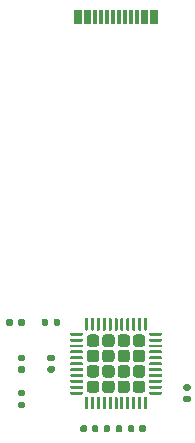
<source format=gbr>
%TF.GenerationSoftware,KiCad,Pcbnew,(5.1.12)-1*%
%TF.CreationDate,2024-08-07T21:15:05+08:00*%
%TF.ProjectId,BKL2xP,424b4c32-7850-42e6-9b69-6361645f7063,1.0*%
%TF.SameCoordinates,Original*%
%TF.FileFunction,Paste,Top*%
%TF.FilePolarity,Positive*%
%FSLAX46Y46*%
G04 Gerber Fmt 4.6, Leading zero omitted, Abs format (unit mm)*
G04 Created by KiCad (PCBNEW (5.1.12)-1) date 2024-08-07 21:15:05*
%MOMM*%
%LPD*%
G01*
G04 APERTURE LIST*
%ADD10R,0.300000X1.150000*%
G04 APERTURE END LIST*
%TO.C,R6*%
G36*
G01*
X142185000Y-112250000D02*
X141815000Y-112250000D01*
G75*
G02*
X141680000Y-112115000I0J135000D01*
G01*
X141680000Y-111845000D01*
G75*
G02*
X141815000Y-111710000I135000J0D01*
G01*
X142185000Y-111710000D01*
G75*
G02*
X142320000Y-111845000I0J-135000D01*
G01*
X142320000Y-112115000D01*
G75*
G02*
X142185000Y-112250000I-135000J0D01*
G01*
G37*
G36*
G01*
X142185000Y-113270000D02*
X141815000Y-113270000D01*
G75*
G02*
X141680000Y-113135000I0J135000D01*
G01*
X141680000Y-112865000D01*
G75*
G02*
X141815000Y-112730000I135000J0D01*
G01*
X142185000Y-112730000D01*
G75*
G02*
X142320000Y-112865000I0J-135000D01*
G01*
X142320000Y-113135000D01*
G75*
G02*
X142185000Y-113270000I-135000J0D01*
G01*
G37*
%TD*%
%TO.C,R5*%
G36*
G01*
X149980000Y-115185000D02*
X149980000Y-114815000D01*
G75*
G02*
X150115000Y-114680000I135000J0D01*
G01*
X150385000Y-114680000D01*
G75*
G02*
X150520000Y-114815000I0J-135000D01*
G01*
X150520000Y-115185000D01*
G75*
G02*
X150385000Y-115320000I-135000J0D01*
G01*
X150115000Y-115320000D01*
G75*
G02*
X149980000Y-115185000I0J135000D01*
G01*
G37*
G36*
G01*
X148960000Y-115185000D02*
X148960000Y-114815000D01*
G75*
G02*
X149095000Y-114680000I135000J0D01*
G01*
X149365000Y-114680000D01*
G75*
G02*
X149500000Y-114815000I0J-135000D01*
G01*
X149500000Y-115185000D01*
G75*
G02*
X149365000Y-115320000I-135000J0D01*
G01*
X149095000Y-115320000D01*
G75*
G02*
X148960000Y-115185000I0J135000D01*
G01*
G37*
%TD*%
%TO.C,C1*%
G36*
G01*
X144670000Y-109300000D02*
X144330000Y-109300000D01*
G75*
G02*
X144190000Y-109160000I0J140000D01*
G01*
X144190000Y-108880000D01*
G75*
G02*
X144330000Y-108740000I140000J0D01*
G01*
X144670000Y-108740000D01*
G75*
G02*
X144810000Y-108880000I0J-140000D01*
G01*
X144810000Y-109160000D01*
G75*
G02*
X144670000Y-109300000I-140000J0D01*
G01*
G37*
G36*
G01*
X144670000Y-110260000D02*
X144330000Y-110260000D01*
G75*
G02*
X144190000Y-110120000I0J140000D01*
G01*
X144190000Y-109840000D01*
G75*
G02*
X144330000Y-109700000I140000J0D01*
G01*
X144670000Y-109700000D01*
G75*
G02*
X144810000Y-109840000I0J-140000D01*
G01*
X144810000Y-110120000D01*
G75*
G02*
X144670000Y-110260000I-140000J0D01*
G01*
G37*
%TD*%
%TO.C,C2*%
G36*
G01*
X155830000Y-111240000D02*
X156170000Y-111240000D01*
G75*
G02*
X156310000Y-111380000I0J-140000D01*
G01*
X156310000Y-111660000D01*
G75*
G02*
X156170000Y-111800000I-140000J0D01*
G01*
X155830000Y-111800000D01*
G75*
G02*
X155690000Y-111660000I0J140000D01*
G01*
X155690000Y-111380000D01*
G75*
G02*
X155830000Y-111240000I140000J0D01*
G01*
G37*
G36*
G01*
X155830000Y-112200000D02*
X156170000Y-112200000D01*
G75*
G02*
X156310000Y-112340000I0J-140000D01*
G01*
X156310000Y-112620000D01*
G75*
G02*
X156170000Y-112760000I-140000J0D01*
G01*
X155830000Y-112760000D01*
G75*
G02*
X155690000Y-112620000I0J140000D01*
G01*
X155690000Y-112340000D01*
G75*
G02*
X155830000Y-112200000I140000J0D01*
G01*
G37*
%TD*%
%TO.C,C4*%
G36*
G01*
X152510000Y-114830000D02*
X152510000Y-115170000D01*
G75*
G02*
X152370000Y-115310000I-140000J0D01*
G01*
X152090000Y-115310000D01*
G75*
G02*
X151950000Y-115170000I0J140000D01*
G01*
X151950000Y-114830000D01*
G75*
G02*
X152090000Y-114690000I140000J0D01*
G01*
X152370000Y-114690000D01*
G75*
G02*
X152510000Y-114830000I0J-140000D01*
G01*
G37*
G36*
G01*
X151550000Y-114830000D02*
X151550000Y-115170000D01*
G75*
G02*
X151410000Y-115310000I-140000J0D01*
G01*
X151130000Y-115310000D01*
G75*
G02*
X150990000Y-115170000I0J140000D01*
G01*
X150990000Y-114830000D01*
G75*
G02*
X151130000Y-114690000I140000J0D01*
G01*
X151410000Y-114690000D01*
G75*
G02*
X151550000Y-114830000I0J-140000D01*
G01*
G37*
%TD*%
%TO.C,C5*%
G36*
G01*
X147550000Y-114830000D02*
X147550000Y-115170000D01*
G75*
G02*
X147410000Y-115310000I-140000J0D01*
G01*
X147130000Y-115310000D01*
G75*
G02*
X146990000Y-115170000I0J140000D01*
G01*
X146990000Y-114830000D01*
G75*
G02*
X147130000Y-114690000I140000J0D01*
G01*
X147410000Y-114690000D01*
G75*
G02*
X147550000Y-114830000I0J-140000D01*
G01*
G37*
G36*
G01*
X148510000Y-114830000D02*
X148510000Y-115170000D01*
G75*
G02*
X148370000Y-115310000I-140000J0D01*
G01*
X148090000Y-115310000D01*
G75*
G02*
X147950000Y-115170000I0J140000D01*
G01*
X147950000Y-114830000D01*
G75*
G02*
X148090000Y-114690000I140000J0D01*
G01*
X148370000Y-114690000D01*
G75*
G02*
X148510000Y-114830000I0J-140000D01*
G01*
G37*
%TD*%
%TO.C,C6*%
G36*
G01*
X142170000Y-110260000D02*
X141830000Y-110260000D01*
G75*
G02*
X141690000Y-110120000I0J140000D01*
G01*
X141690000Y-109840000D01*
G75*
G02*
X141830000Y-109700000I140000J0D01*
G01*
X142170000Y-109700000D01*
G75*
G02*
X142310000Y-109840000I0J-140000D01*
G01*
X142310000Y-110120000D01*
G75*
G02*
X142170000Y-110260000I-140000J0D01*
G01*
G37*
G36*
G01*
X142170000Y-109300000D02*
X141830000Y-109300000D01*
G75*
G02*
X141690000Y-109160000I0J140000D01*
G01*
X141690000Y-108880000D01*
G75*
G02*
X141830000Y-108740000I140000J0D01*
G01*
X142170000Y-108740000D01*
G75*
G02*
X142310000Y-108880000I0J-140000D01*
G01*
X142310000Y-109160000D01*
G75*
G02*
X142170000Y-109300000I-140000J0D01*
G01*
G37*
%TD*%
D10*
%TO.C,J1*%
X146950000Y-80170000D03*
X147750000Y-80170000D03*
X148250000Y-80170000D03*
X148750000Y-80170000D03*
X149250000Y-80170000D03*
X149750000Y-80170000D03*
X150250000Y-80170000D03*
X150750000Y-80170000D03*
X151250000Y-80170000D03*
X151750000Y-80170000D03*
X152550000Y-80170000D03*
X153350000Y-80170000D03*
X153050000Y-80170000D03*
X152250000Y-80170000D03*
X147450000Y-80170000D03*
X146650000Y-80170000D03*
%TD*%
%TO.C,R3*%
G36*
G01*
X144250000Y-105815000D02*
X144250000Y-106185000D01*
G75*
G02*
X144115000Y-106320000I-135000J0D01*
G01*
X143845000Y-106320000D01*
G75*
G02*
X143710000Y-106185000I0J135000D01*
G01*
X143710000Y-105815000D01*
G75*
G02*
X143845000Y-105680000I135000J0D01*
G01*
X144115000Y-105680000D01*
G75*
G02*
X144250000Y-105815000I0J-135000D01*
G01*
G37*
G36*
G01*
X145270000Y-105815000D02*
X145270000Y-106185000D01*
G75*
G02*
X145135000Y-106320000I-135000J0D01*
G01*
X144865000Y-106320000D01*
G75*
G02*
X144730000Y-106185000I0J135000D01*
G01*
X144730000Y-105815000D01*
G75*
G02*
X144865000Y-105680000I135000J0D01*
G01*
X145135000Y-105680000D01*
G75*
G02*
X145270000Y-105815000I0J-135000D01*
G01*
G37*
%TD*%
%TO.C,R4*%
G36*
G01*
X142280000Y-105815000D02*
X142280000Y-106185000D01*
G75*
G02*
X142145000Y-106320000I-135000J0D01*
G01*
X141875000Y-106320000D01*
G75*
G02*
X141740000Y-106185000I0J135000D01*
G01*
X141740000Y-105815000D01*
G75*
G02*
X141875000Y-105680000I135000J0D01*
G01*
X142145000Y-105680000D01*
G75*
G02*
X142280000Y-105815000I0J-135000D01*
G01*
G37*
G36*
G01*
X141260000Y-105815000D02*
X141260000Y-106185000D01*
G75*
G02*
X141125000Y-106320000I-135000J0D01*
G01*
X140855000Y-106320000D01*
G75*
G02*
X140720000Y-106185000I0J135000D01*
G01*
X140720000Y-105815000D01*
G75*
G02*
X140855000Y-105680000I135000J0D01*
G01*
X141125000Y-105680000D01*
G75*
G02*
X141260000Y-105815000I0J-135000D01*
G01*
G37*
%TD*%
%TO.C,U1*%
G36*
G01*
X146125000Y-107062500D02*
X146125000Y-106937500D01*
G75*
G02*
X146187500Y-106875000I62500J0D01*
G01*
X147137500Y-106875000D01*
G75*
G02*
X147200000Y-106937500I0J-62500D01*
G01*
X147200000Y-107062500D01*
G75*
G02*
X147137500Y-107125000I-62500J0D01*
G01*
X146187500Y-107125000D01*
G75*
G02*
X146125000Y-107062500I0J62500D01*
G01*
G37*
G36*
G01*
X146125000Y-107562500D02*
X146125000Y-107437500D01*
G75*
G02*
X146187500Y-107375000I62500J0D01*
G01*
X147137500Y-107375000D01*
G75*
G02*
X147200000Y-107437500I0J-62500D01*
G01*
X147200000Y-107562500D01*
G75*
G02*
X147137500Y-107625000I-62500J0D01*
G01*
X146187500Y-107625000D01*
G75*
G02*
X146125000Y-107562500I0J62500D01*
G01*
G37*
G36*
G01*
X146125000Y-108062500D02*
X146125000Y-107937500D01*
G75*
G02*
X146187500Y-107875000I62500J0D01*
G01*
X147137500Y-107875000D01*
G75*
G02*
X147200000Y-107937500I0J-62500D01*
G01*
X147200000Y-108062500D01*
G75*
G02*
X147137500Y-108125000I-62500J0D01*
G01*
X146187500Y-108125000D01*
G75*
G02*
X146125000Y-108062500I0J62500D01*
G01*
G37*
G36*
G01*
X146125000Y-108562500D02*
X146125000Y-108437500D01*
G75*
G02*
X146187500Y-108375000I62500J0D01*
G01*
X147137500Y-108375000D01*
G75*
G02*
X147200000Y-108437500I0J-62500D01*
G01*
X147200000Y-108562500D01*
G75*
G02*
X147137500Y-108625000I-62500J0D01*
G01*
X146187500Y-108625000D01*
G75*
G02*
X146125000Y-108562500I0J62500D01*
G01*
G37*
G36*
G01*
X146125000Y-109062500D02*
X146125000Y-108937500D01*
G75*
G02*
X146187500Y-108875000I62500J0D01*
G01*
X147137500Y-108875000D01*
G75*
G02*
X147200000Y-108937500I0J-62500D01*
G01*
X147200000Y-109062500D01*
G75*
G02*
X147137500Y-109125000I-62500J0D01*
G01*
X146187500Y-109125000D01*
G75*
G02*
X146125000Y-109062500I0J62500D01*
G01*
G37*
G36*
G01*
X146125000Y-109562500D02*
X146125000Y-109437500D01*
G75*
G02*
X146187500Y-109375000I62500J0D01*
G01*
X147137500Y-109375000D01*
G75*
G02*
X147200000Y-109437500I0J-62500D01*
G01*
X147200000Y-109562500D01*
G75*
G02*
X147137500Y-109625000I-62500J0D01*
G01*
X146187500Y-109625000D01*
G75*
G02*
X146125000Y-109562500I0J62500D01*
G01*
G37*
G36*
G01*
X146125000Y-110062500D02*
X146125000Y-109937500D01*
G75*
G02*
X146187500Y-109875000I62500J0D01*
G01*
X147137500Y-109875000D01*
G75*
G02*
X147200000Y-109937500I0J-62500D01*
G01*
X147200000Y-110062500D01*
G75*
G02*
X147137500Y-110125000I-62500J0D01*
G01*
X146187500Y-110125000D01*
G75*
G02*
X146125000Y-110062500I0J62500D01*
G01*
G37*
G36*
G01*
X146125000Y-110562500D02*
X146125000Y-110437500D01*
G75*
G02*
X146187500Y-110375000I62500J0D01*
G01*
X147137500Y-110375000D01*
G75*
G02*
X147200000Y-110437500I0J-62500D01*
G01*
X147200000Y-110562500D01*
G75*
G02*
X147137500Y-110625000I-62500J0D01*
G01*
X146187500Y-110625000D01*
G75*
G02*
X146125000Y-110562500I0J62500D01*
G01*
G37*
G36*
G01*
X146125000Y-111062500D02*
X146125000Y-110937500D01*
G75*
G02*
X146187500Y-110875000I62500J0D01*
G01*
X147137500Y-110875000D01*
G75*
G02*
X147200000Y-110937500I0J-62500D01*
G01*
X147200000Y-111062500D01*
G75*
G02*
X147137500Y-111125000I-62500J0D01*
G01*
X146187500Y-111125000D01*
G75*
G02*
X146125000Y-111062500I0J62500D01*
G01*
G37*
G36*
G01*
X146125000Y-111562500D02*
X146125000Y-111437500D01*
G75*
G02*
X146187500Y-111375000I62500J0D01*
G01*
X147137500Y-111375000D01*
G75*
G02*
X147200000Y-111437500I0J-62500D01*
G01*
X147200000Y-111562500D01*
G75*
G02*
X147137500Y-111625000I-62500J0D01*
G01*
X146187500Y-111625000D01*
G75*
G02*
X146125000Y-111562500I0J62500D01*
G01*
G37*
G36*
G01*
X146125000Y-112062500D02*
X146125000Y-111937500D01*
G75*
G02*
X146187500Y-111875000I62500J0D01*
G01*
X147137500Y-111875000D01*
G75*
G02*
X147200000Y-111937500I0J-62500D01*
G01*
X147200000Y-112062500D01*
G75*
G02*
X147137500Y-112125000I-62500J0D01*
G01*
X146187500Y-112125000D01*
G75*
G02*
X146125000Y-112062500I0J62500D01*
G01*
G37*
G36*
G01*
X147375000Y-113312500D02*
X147375000Y-112362500D01*
G75*
G02*
X147437500Y-112300000I62500J0D01*
G01*
X147562500Y-112300000D01*
G75*
G02*
X147625000Y-112362500I0J-62500D01*
G01*
X147625000Y-113312500D01*
G75*
G02*
X147562500Y-113375000I-62500J0D01*
G01*
X147437500Y-113375000D01*
G75*
G02*
X147375000Y-113312500I0J62500D01*
G01*
G37*
G36*
G01*
X147875000Y-113312500D02*
X147875000Y-112362500D01*
G75*
G02*
X147937500Y-112300000I62500J0D01*
G01*
X148062500Y-112300000D01*
G75*
G02*
X148125000Y-112362500I0J-62500D01*
G01*
X148125000Y-113312500D01*
G75*
G02*
X148062500Y-113375000I-62500J0D01*
G01*
X147937500Y-113375000D01*
G75*
G02*
X147875000Y-113312500I0J62500D01*
G01*
G37*
G36*
G01*
X148375000Y-113312500D02*
X148375000Y-112362500D01*
G75*
G02*
X148437500Y-112300000I62500J0D01*
G01*
X148562500Y-112300000D01*
G75*
G02*
X148625000Y-112362500I0J-62500D01*
G01*
X148625000Y-113312500D01*
G75*
G02*
X148562500Y-113375000I-62500J0D01*
G01*
X148437500Y-113375000D01*
G75*
G02*
X148375000Y-113312500I0J62500D01*
G01*
G37*
G36*
G01*
X148875000Y-113312500D02*
X148875000Y-112362500D01*
G75*
G02*
X148937500Y-112300000I62500J0D01*
G01*
X149062500Y-112300000D01*
G75*
G02*
X149125000Y-112362500I0J-62500D01*
G01*
X149125000Y-113312500D01*
G75*
G02*
X149062500Y-113375000I-62500J0D01*
G01*
X148937500Y-113375000D01*
G75*
G02*
X148875000Y-113312500I0J62500D01*
G01*
G37*
G36*
G01*
X149375000Y-113312500D02*
X149375000Y-112362500D01*
G75*
G02*
X149437500Y-112300000I62500J0D01*
G01*
X149562500Y-112300000D01*
G75*
G02*
X149625000Y-112362500I0J-62500D01*
G01*
X149625000Y-113312500D01*
G75*
G02*
X149562500Y-113375000I-62500J0D01*
G01*
X149437500Y-113375000D01*
G75*
G02*
X149375000Y-113312500I0J62500D01*
G01*
G37*
G36*
G01*
X149875000Y-113312500D02*
X149875000Y-112362500D01*
G75*
G02*
X149937500Y-112300000I62500J0D01*
G01*
X150062500Y-112300000D01*
G75*
G02*
X150125000Y-112362500I0J-62500D01*
G01*
X150125000Y-113312500D01*
G75*
G02*
X150062500Y-113375000I-62500J0D01*
G01*
X149937500Y-113375000D01*
G75*
G02*
X149875000Y-113312500I0J62500D01*
G01*
G37*
G36*
G01*
X150375000Y-113312500D02*
X150375000Y-112362500D01*
G75*
G02*
X150437500Y-112300000I62500J0D01*
G01*
X150562500Y-112300000D01*
G75*
G02*
X150625000Y-112362500I0J-62500D01*
G01*
X150625000Y-113312500D01*
G75*
G02*
X150562500Y-113375000I-62500J0D01*
G01*
X150437500Y-113375000D01*
G75*
G02*
X150375000Y-113312500I0J62500D01*
G01*
G37*
G36*
G01*
X150875000Y-113312500D02*
X150875000Y-112362500D01*
G75*
G02*
X150937500Y-112300000I62500J0D01*
G01*
X151062500Y-112300000D01*
G75*
G02*
X151125000Y-112362500I0J-62500D01*
G01*
X151125000Y-113312500D01*
G75*
G02*
X151062500Y-113375000I-62500J0D01*
G01*
X150937500Y-113375000D01*
G75*
G02*
X150875000Y-113312500I0J62500D01*
G01*
G37*
G36*
G01*
X151375000Y-113312500D02*
X151375000Y-112362500D01*
G75*
G02*
X151437500Y-112300000I62500J0D01*
G01*
X151562500Y-112300000D01*
G75*
G02*
X151625000Y-112362500I0J-62500D01*
G01*
X151625000Y-113312500D01*
G75*
G02*
X151562500Y-113375000I-62500J0D01*
G01*
X151437500Y-113375000D01*
G75*
G02*
X151375000Y-113312500I0J62500D01*
G01*
G37*
G36*
G01*
X151875000Y-113312500D02*
X151875000Y-112362500D01*
G75*
G02*
X151937500Y-112300000I62500J0D01*
G01*
X152062500Y-112300000D01*
G75*
G02*
X152125000Y-112362500I0J-62500D01*
G01*
X152125000Y-113312500D01*
G75*
G02*
X152062500Y-113375000I-62500J0D01*
G01*
X151937500Y-113375000D01*
G75*
G02*
X151875000Y-113312500I0J62500D01*
G01*
G37*
G36*
G01*
X152375000Y-113312500D02*
X152375000Y-112362500D01*
G75*
G02*
X152437500Y-112300000I62500J0D01*
G01*
X152562500Y-112300000D01*
G75*
G02*
X152625000Y-112362500I0J-62500D01*
G01*
X152625000Y-113312500D01*
G75*
G02*
X152562500Y-113375000I-62500J0D01*
G01*
X152437500Y-113375000D01*
G75*
G02*
X152375000Y-113312500I0J62500D01*
G01*
G37*
G36*
G01*
X152800000Y-112062500D02*
X152800000Y-111937500D01*
G75*
G02*
X152862500Y-111875000I62500J0D01*
G01*
X153812500Y-111875000D01*
G75*
G02*
X153875000Y-111937500I0J-62500D01*
G01*
X153875000Y-112062500D01*
G75*
G02*
X153812500Y-112125000I-62500J0D01*
G01*
X152862500Y-112125000D01*
G75*
G02*
X152800000Y-112062500I0J62500D01*
G01*
G37*
G36*
G01*
X152800000Y-111562500D02*
X152800000Y-111437500D01*
G75*
G02*
X152862500Y-111375000I62500J0D01*
G01*
X153812500Y-111375000D01*
G75*
G02*
X153875000Y-111437500I0J-62500D01*
G01*
X153875000Y-111562500D01*
G75*
G02*
X153812500Y-111625000I-62500J0D01*
G01*
X152862500Y-111625000D01*
G75*
G02*
X152800000Y-111562500I0J62500D01*
G01*
G37*
G36*
G01*
X152800000Y-111062500D02*
X152800000Y-110937500D01*
G75*
G02*
X152862500Y-110875000I62500J0D01*
G01*
X153812500Y-110875000D01*
G75*
G02*
X153875000Y-110937500I0J-62500D01*
G01*
X153875000Y-111062500D01*
G75*
G02*
X153812500Y-111125000I-62500J0D01*
G01*
X152862500Y-111125000D01*
G75*
G02*
X152800000Y-111062500I0J62500D01*
G01*
G37*
G36*
G01*
X152800000Y-110562500D02*
X152800000Y-110437500D01*
G75*
G02*
X152862500Y-110375000I62500J0D01*
G01*
X153812500Y-110375000D01*
G75*
G02*
X153875000Y-110437500I0J-62500D01*
G01*
X153875000Y-110562500D01*
G75*
G02*
X153812500Y-110625000I-62500J0D01*
G01*
X152862500Y-110625000D01*
G75*
G02*
X152800000Y-110562500I0J62500D01*
G01*
G37*
G36*
G01*
X152800000Y-110062500D02*
X152800000Y-109937500D01*
G75*
G02*
X152862500Y-109875000I62500J0D01*
G01*
X153812500Y-109875000D01*
G75*
G02*
X153875000Y-109937500I0J-62500D01*
G01*
X153875000Y-110062500D01*
G75*
G02*
X153812500Y-110125000I-62500J0D01*
G01*
X152862500Y-110125000D01*
G75*
G02*
X152800000Y-110062500I0J62500D01*
G01*
G37*
G36*
G01*
X152800000Y-109562500D02*
X152800000Y-109437500D01*
G75*
G02*
X152862500Y-109375000I62500J0D01*
G01*
X153812500Y-109375000D01*
G75*
G02*
X153875000Y-109437500I0J-62500D01*
G01*
X153875000Y-109562500D01*
G75*
G02*
X153812500Y-109625000I-62500J0D01*
G01*
X152862500Y-109625000D01*
G75*
G02*
X152800000Y-109562500I0J62500D01*
G01*
G37*
G36*
G01*
X152800000Y-109062500D02*
X152800000Y-108937500D01*
G75*
G02*
X152862500Y-108875000I62500J0D01*
G01*
X153812500Y-108875000D01*
G75*
G02*
X153875000Y-108937500I0J-62500D01*
G01*
X153875000Y-109062500D01*
G75*
G02*
X153812500Y-109125000I-62500J0D01*
G01*
X152862500Y-109125000D01*
G75*
G02*
X152800000Y-109062500I0J62500D01*
G01*
G37*
G36*
G01*
X152800000Y-108562500D02*
X152800000Y-108437500D01*
G75*
G02*
X152862500Y-108375000I62500J0D01*
G01*
X153812500Y-108375000D01*
G75*
G02*
X153875000Y-108437500I0J-62500D01*
G01*
X153875000Y-108562500D01*
G75*
G02*
X153812500Y-108625000I-62500J0D01*
G01*
X152862500Y-108625000D01*
G75*
G02*
X152800000Y-108562500I0J62500D01*
G01*
G37*
G36*
G01*
X152800000Y-108062500D02*
X152800000Y-107937500D01*
G75*
G02*
X152862500Y-107875000I62500J0D01*
G01*
X153812500Y-107875000D01*
G75*
G02*
X153875000Y-107937500I0J-62500D01*
G01*
X153875000Y-108062500D01*
G75*
G02*
X153812500Y-108125000I-62500J0D01*
G01*
X152862500Y-108125000D01*
G75*
G02*
X152800000Y-108062500I0J62500D01*
G01*
G37*
G36*
G01*
X152800000Y-107562500D02*
X152800000Y-107437500D01*
G75*
G02*
X152862500Y-107375000I62500J0D01*
G01*
X153812500Y-107375000D01*
G75*
G02*
X153875000Y-107437500I0J-62500D01*
G01*
X153875000Y-107562500D01*
G75*
G02*
X153812500Y-107625000I-62500J0D01*
G01*
X152862500Y-107625000D01*
G75*
G02*
X152800000Y-107562500I0J62500D01*
G01*
G37*
G36*
G01*
X152800000Y-107062500D02*
X152800000Y-106937500D01*
G75*
G02*
X152862500Y-106875000I62500J0D01*
G01*
X153812500Y-106875000D01*
G75*
G02*
X153875000Y-106937500I0J-62500D01*
G01*
X153875000Y-107062500D01*
G75*
G02*
X153812500Y-107125000I-62500J0D01*
G01*
X152862500Y-107125000D01*
G75*
G02*
X152800000Y-107062500I0J62500D01*
G01*
G37*
G36*
G01*
X152375000Y-106637500D02*
X152375000Y-105687500D01*
G75*
G02*
X152437500Y-105625000I62500J0D01*
G01*
X152562500Y-105625000D01*
G75*
G02*
X152625000Y-105687500I0J-62500D01*
G01*
X152625000Y-106637500D01*
G75*
G02*
X152562500Y-106700000I-62500J0D01*
G01*
X152437500Y-106700000D01*
G75*
G02*
X152375000Y-106637500I0J62500D01*
G01*
G37*
G36*
G01*
X151875000Y-106637500D02*
X151875000Y-105687500D01*
G75*
G02*
X151937500Y-105625000I62500J0D01*
G01*
X152062500Y-105625000D01*
G75*
G02*
X152125000Y-105687500I0J-62500D01*
G01*
X152125000Y-106637500D01*
G75*
G02*
X152062500Y-106700000I-62500J0D01*
G01*
X151937500Y-106700000D01*
G75*
G02*
X151875000Y-106637500I0J62500D01*
G01*
G37*
G36*
G01*
X151375000Y-106637500D02*
X151375000Y-105687500D01*
G75*
G02*
X151437500Y-105625000I62500J0D01*
G01*
X151562500Y-105625000D01*
G75*
G02*
X151625000Y-105687500I0J-62500D01*
G01*
X151625000Y-106637500D01*
G75*
G02*
X151562500Y-106700000I-62500J0D01*
G01*
X151437500Y-106700000D01*
G75*
G02*
X151375000Y-106637500I0J62500D01*
G01*
G37*
G36*
G01*
X150875000Y-106637500D02*
X150875000Y-105687500D01*
G75*
G02*
X150937500Y-105625000I62500J0D01*
G01*
X151062500Y-105625000D01*
G75*
G02*
X151125000Y-105687500I0J-62500D01*
G01*
X151125000Y-106637500D01*
G75*
G02*
X151062500Y-106700000I-62500J0D01*
G01*
X150937500Y-106700000D01*
G75*
G02*
X150875000Y-106637500I0J62500D01*
G01*
G37*
G36*
G01*
X150375000Y-106637500D02*
X150375000Y-105687500D01*
G75*
G02*
X150437500Y-105625000I62500J0D01*
G01*
X150562500Y-105625000D01*
G75*
G02*
X150625000Y-105687500I0J-62500D01*
G01*
X150625000Y-106637500D01*
G75*
G02*
X150562500Y-106700000I-62500J0D01*
G01*
X150437500Y-106700000D01*
G75*
G02*
X150375000Y-106637500I0J62500D01*
G01*
G37*
G36*
G01*
X149875000Y-106637500D02*
X149875000Y-105687500D01*
G75*
G02*
X149937500Y-105625000I62500J0D01*
G01*
X150062500Y-105625000D01*
G75*
G02*
X150125000Y-105687500I0J-62500D01*
G01*
X150125000Y-106637500D01*
G75*
G02*
X150062500Y-106700000I-62500J0D01*
G01*
X149937500Y-106700000D01*
G75*
G02*
X149875000Y-106637500I0J62500D01*
G01*
G37*
G36*
G01*
X149375000Y-106637500D02*
X149375000Y-105687500D01*
G75*
G02*
X149437500Y-105625000I62500J0D01*
G01*
X149562500Y-105625000D01*
G75*
G02*
X149625000Y-105687500I0J-62500D01*
G01*
X149625000Y-106637500D01*
G75*
G02*
X149562500Y-106700000I-62500J0D01*
G01*
X149437500Y-106700000D01*
G75*
G02*
X149375000Y-106637500I0J62500D01*
G01*
G37*
G36*
G01*
X148875000Y-106637500D02*
X148875000Y-105687500D01*
G75*
G02*
X148937500Y-105625000I62500J0D01*
G01*
X149062500Y-105625000D01*
G75*
G02*
X149125000Y-105687500I0J-62500D01*
G01*
X149125000Y-106637500D01*
G75*
G02*
X149062500Y-106700000I-62500J0D01*
G01*
X148937500Y-106700000D01*
G75*
G02*
X148875000Y-106637500I0J62500D01*
G01*
G37*
G36*
G01*
X148375000Y-106637500D02*
X148375000Y-105687500D01*
G75*
G02*
X148437500Y-105625000I62500J0D01*
G01*
X148562500Y-105625000D01*
G75*
G02*
X148625000Y-105687500I0J-62500D01*
G01*
X148625000Y-106637500D01*
G75*
G02*
X148562500Y-106700000I-62500J0D01*
G01*
X148437500Y-106700000D01*
G75*
G02*
X148375000Y-106637500I0J62500D01*
G01*
G37*
G36*
G01*
X147875000Y-106637500D02*
X147875000Y-105687500D01*
G75*
G02*
X147937500Y-105625000I62500J0D01*
G01*
X148062500Y-105625000D01*
G75*
G02*
X148125000Y-105687500I0J-62500D01*
G01*
X148125000Y-106637500D01*
G75*
G02*
X148062500Y-106700000I-62500J0D01*
G01*
X147937500Y-106700000D01*
G75*
G02*
X147875000Y-106637500I0J62500D01*
G01*
G37*
G36*
G01*
X147375000Y-106637500D02*
X147375000Y-105687500D01*
G75*
G02*
X147437500Y-105625000I62500J0D01*
G01*
X147562500Y-105625000D01*
G75*
G02*
X147625000Y-105687500I0J-62500D01*
G01*
X147625000Y-106637500D01*
G75*
G02*
X147562500Y-106700000I-62500J0D01*
G01*
X147437500Y-106700000D01*
G75*
G02*
X147375000Y-106637500I0J62500D01*
G01*
G37*
G36*
G01*
X147525000Y-107825001D02*
X147525000Y-107274999D01*
G75*
G02*
X147774999Y-107025000I249999J0D01*
G01*
X148325001Y-107025000D01*
G75*
G02*
X148575000Y-107274999I0J-249999D01*
G01*
X148575000Y-107825001D01*
G75*
G02*
X148325001Y-108075000I-249999J0D01*
G01*
X147774999Y-108075000D01*
G75*
G02*
X147525000Y-107825001I0J249999D01*
G01*
G37*
G36*
G01*
X147525000Y-109125001D02*
X147525000Y-108574999D01*
G75*
G02*
X147774999Y-108325000I249999J0D01*
G01*
X148325001Y-108325000D01*
G75*
G02*
X148575000Y-108574999I0J-249999D01*
G01*
X148575000Y-109125001D01*
G75*
G02*
X148325001Y-109375000I-249999J0D01*
G01*
X147774999Y-109375000D01*
G75*
G02*
X147525000Y-109125001I0J249999D01*
G01*
G37*
G36*
G01*
X147525000Y-110425001D02*
X147525000Y-109874999D01*
G75*
G02*
X147774999Y-109625000I249999J0D01*
G01*
X148325001Y-109625000D01*
G75*
G02*
X148575000Y-109874999I0J-249999D01*
G01*
X148575000Y-110425001D01*
G75*
G02*
X148325001Y-110675000I-249999J0D01*
G01*
X147774999Y-110675000D01*
G75*
G02*
X147525000Y-110425001I0J249999D01*
G01*
G37*
G36*
G01*
X147525000Y-111725001D02*
X147525000Y-111174999D01*
G75*
G02*
X147774999Y-110925000I249999J0D01*
G01*
X148325001Y-110925000D01*
G75*
G02*
X148575000Y-111174999I0J-249999D01*
G01*
X148575000Y-111725001D01*
G75*
G02*
X148325001Y-111975000I-249999J0D01*
G01*
X147774999Y-111975000D01*
G75*
G02*
X147525000Y-111725001I0J249999D01*
G01*
G37*
G36*
G01*
X148825000Y-107825001D02*
X148825000Y-107274999D01*
G75*
G02*
X149074999Y-107025000I249999J0D01*
G01*
X149625001Y-107025000D01*
G75*
G02*
X149875000Y-107274999I0J-249999D01*
G01*
X149875000Y-107825001D01*
G75*
G02*
X149625001Y-108075000I-249999J0D01*
G01*
X149074999Y-108075000D01*
G75*
G02*
X148825000Y-107825001I0J249999D01*
G01*
G37*
G36*
G01*
X148825000Y-109125001D02*
X148825000Y-108574999D01*
G75*
G02*
X149074999Y-108325000I249999J0D01*
G01*
X149625001Y-108325000D01*
G75*
G02*
X149875000Y-108574999I0J-249999D01*
G01*
X149875000Y-109125001D01*
G75*
G02*
X149625001Y-109375000I-249999J0D01*
G01*
X149074999Y-109375000D01*
G75*
G02*
X148825000Y-109125001I0J249999D01*
G01*
G37*
G36*
G01*
X148825000Y-110425001D02*
X148825000Y-109874999D01*
G75*
G02*
X149074999Y-109625000I249999J0D01*
G01*
X149625001Y-109625000D01*
G75*
G02*
X149875000Y-109874999I0J-249999D01*
G01*
X149875000Y-110425001D01*
G75*
G02*
X149625001Y-110675000I-249999J0D01*
G01*
X149074999Y-110675000D01*
G75*
G02*
X148825000Y-110425001I0J249999D01*
G01*
G37*
G36*
G01*
X148825000Y-111725001D02*
X148825000Y-111174999D01*
G75*
G02*
X149074999Y-110925000I249999J0D01*
G01*
X149625001Y-110925000D01*
G75*
G02*
X149875000Y-111174999I0J-249999D01*
G01*
X149875000Y-111725001D01*
G75*
G02*
X149625001Y-111975000I-249999J0D01*
G01*
X149074999Y-111975000D01*
G75*
G02*
X148825000Y-111725001I0J249999D01*
G01*
G37*
G36*
G01*
X150125000Y-107825001D02*
X150125000Y-107274999D01*
G75*
G02*
X150374999Y-107025000I249999J0D01*
G01*
X150925001Y-107025000D01*
G75*
G02*
X151175000Y-107274999I0J-249999D01*
G01*
X151175000Y-107825001D01*
G75*
G02*
X150925001Y-108075000I-249999J0D01*
G01*
X150374999Y-108075000D01*
G75*
G02*
X150125000Y-107825001I0J249999D01*
G01*
G37*
G36*
G01*
X150125000Y-109125001D02*
X150125000Y-108574999D01*
G75*
G02*
X150374999Y-108325000I249999J0D01*
G01*
X150925001Y-108325000D01*
G75*
G02*
X151175000Y-108574999I0J-249999D01*
G01*
X151175000Y-109125001D01*
G75*
G02*
X150925001Y-109375000I-249999J0D01*
G01*
X150374999Y-109375000D01*
G75*
G02*
X150125000Y-109125001I0J249999D01*
G01*
G37*
G36*
G01*
X150125000Y-110425001D02*
X150125000Y-109874999D01*
G75*
G02*
X150374999Y-109625000I249999J0D01*
G01*
X150925001Y-109625000D01*
G75*
G02*
X151175000Y-109874999I0J-249999D01*
G01*
X151175000Y-110425001D01*
G75*
G02*
X150925001Y-110675000I-249999J0D01*
G01*
X150374999Y-110675000D01*
G75*
G02*
X150125000Y-110425001I0J249999D01*
G01*
G37*
G36*
G01*
X150125000Y-111725001D02*
X150125000Y-111174999D01*
G75*
G02*
X150374999Y-110925000I249999J0D01*
G01*
X150925001Y-110925000D01*
G75*
G02*
X151175000Y-111174999I0J-249999D01*
G01*
X151175000Y-111725001D01*
G75*
G02*
X150925001Y-111975000I-249999J0D01*
G01*
X150374999Y-111975000D01*
G75*
G02*
X150125000Y-111725001I0J249999D01*
G01*
G37*
G36*
G01*
X151425000Y-107825001D02*
X151425000Y-107274999D01*
G75*
G02*
X151674999Y-107025000I249999J0D01*
G01*
X152225001Y-107025000D01*
G75*
G02*
X152475000Y-107274999I0J-249999D01*
G01*
X152475000Y-107825001D01*
G75*
G02*
X152225001Y-108075000I-249999J0D01*
G01*
X151674999Y-108075000D01*
G75*
G02*
X151425000Y-107825001I0J249999D01*
G01*
G37*
G36*
G01*
X151425000Y-109125001D02*
X151425000Y-108574999D01*
G75*
G02*
X151674999Y-108325000I249999J0D01*
G01*
X152225001Y-108325000D01*
G75*
G02*
X152475000Y-108574999I0J-249999D01*
G01*
X152475000Y-109125001D01*
G75*
G02*
X152225001Y-109375000I-249999J0D01*
G01*
X151674999Y-109375000D01*
G75*
G02*
X151425000Y-109125001I0J249999D01*
G01*
G37*
G36*
G01*
X151425000Y-110425001D02*
X151425000Y-109874999D01*
G75*
G02*
X151674999Y-109625000I249999J0D01*
G01*
X152225001Y-109625000D01*
G75*
G02*
X152475000Y-109874999I0J-249999D01*
G01*
X152475000Y-110425001D01*
G75*
G02*
X152225001Y-110675000I-249999J0D01*
G01*
X151674999Y-110675000D01*
G75*
G02*
X151425000Y-110425001I0J249999D01*
G01*
G37*
G36*
G01*
X151425000Y-111725001D02*
X151425000Y-111174999D01*
G75*
G02*
X151674999Y-110925000I249999J0D01*
G01*
X152225001Y-110925000D01*
G75*
G02*
X152475000Y-111174999I0J-249999D01*
G01*
X152475000Y-111725001D01*
G75*
G02*
X152225001Y-111975000I-249999J0D01*
G01*
X151674999Y-111975000D01*
G75*
G02*
X151425000Y-111725001I0J249999D01*
G01*
G37*
%TD*%
M02*

</source>
